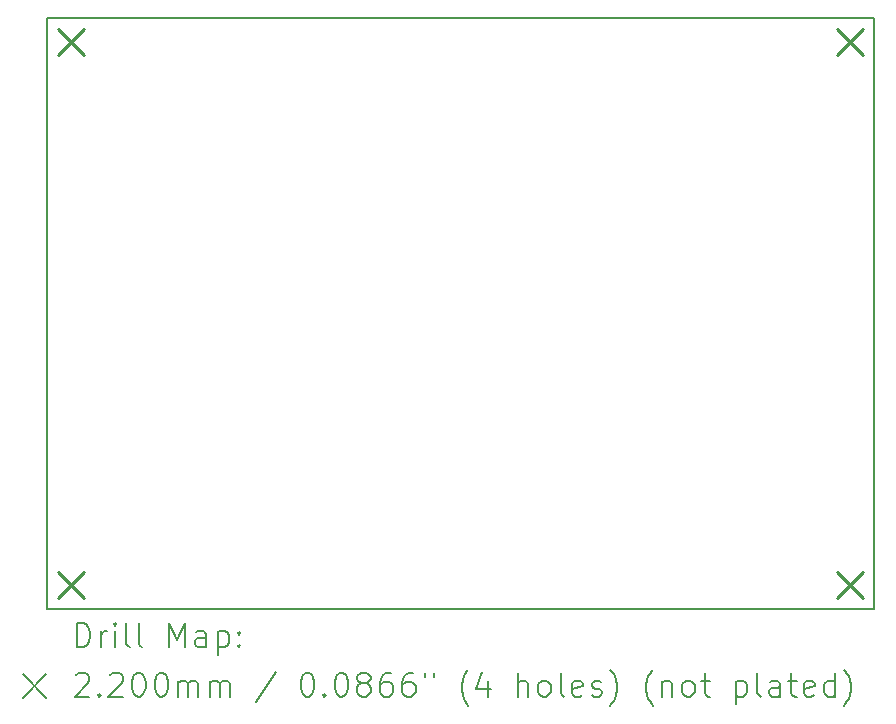
<source format=gbr>
%TF.GenerationSoftware,KiCad,Pcbnew,8.0.5*%
%TF.CreationDate,2024-10-24T20:43:27+03:00*%
%TF.ProjectId,Cronus,43726f6e-7573-42e6-9b69-6361645f7063,rev?*%
%TF.SameCoordinates,PX649cd60PY6c7aff0*%
%TF.FileFunction,Drillmap*%
%TF.FilePolarity,Positive*%
%FSLAX45Y45*%
G04 Gerber Fmt 4.5, Leading zero omitted, Abs format (unit mm)*
G04 Created by KiCad (PCBNEW 8.0.5) date 2024-10-24 20:43:27*
%MOMM*%
%LPD*%
G01*
G04 APERTURE LIST*
%ADD10C,0.200000*%
%ADD11C,0.220000*%
G04 APERTURE END LIST*
D10*
X100000Y5100000D02*
X7100000Y5100000D01*
X7100000Y100000D01*
X100000Y100000D01*
X100000Y5100000D01*
D11*
X190000Y5010000D02*
X410000Y4790000D01*
X410000Y5010000D02*
X190000Y4790000D01*
X190000Y410000D02*
X410000Y190000D01*
X410000Y410000D02*
X190000Y190000D01*
X6790000Y5010000D02*
X7010000Y4790000D01*
X7010000Y5010000D02*
X6790000Y4790000D01*
X6790000Y410000D02*
X7010000Y190000D01*
X7010000Y410000D02*
X6790000Y190000D01*
D10*
X350777Y-221484D02*
X350777Y-21484D01*
X350777Y-21484D02*
X398396Y-21484D01*
X398396Y-21484D02*
X426967Y-31008D01*
X426967Y-31008D02*
X446015Y-50055D01*
X446015Y-50055D02*
X455539Y-69103D01*
X455539Y-69103D02*
X465062Y-107198D01*
X465062Y-107198D02*
X465062Y-135770D01*
X465062Y-135770D02*
X455539Y-173865D01*
X455539Y-173865D02*
X446015Y-192912D01*
X446015Y-192912D02*
X426967Y-211960D01*
X426967Y-211960D02*
X398396Y-221484D01*
X398396Y-221484D02*
X350777Y-221484D01*
X550777Y-221484D02*
X550777Y-88150D01*
X550777Y-126246D02*
X560301Y-107198D01*
X560301Y-107198D02*
X569824Y-97674D01*
X569824Y-97674D02*
X588872Y-88150D01*
X588872Y-88150D02*
X607920Y-88150D01*
X674586Y-221484D02*
X674586Y-88150D01*
X674586Y-21484D02*
X665063Y-31008D01*
X665063Y-31008D02*
X674586Y-40531D01*
X674586Y-40531D02*
X684110Y-31008D01*
X684110Y-31008D02*
X674586Y-21484D01*
X674586Y-21484D02*
X674586Y-40531D01*
X798396Y-221484D02*
X779348Y-211960D01*
X779348Y-211960D02*
X769824Y-192912D01*
X769824Y-192912D02*
X769824Y-21484D01*
X903158Y-221484D02*
X884110Y-211960D01*
X884110Y-211960D02*
X874586Y-192912D01*
X874586Y-192912D02*
X874586Y-21484D01*
X1131729Y-221484D02*
X1131729Y-21484D01*
X1131729Y-21484D02*
X1198396Y-164341D01*
X1198396Y-164341D02*
X1265063Y-21484D01*
X1265063Y-21484D02*
X1265063Y-221484D01*
X1446015Y-221484D02*
X1446015Y-116722D01*
X1446015Y-116722D02*
X1436491Y-97674D01*
X1436491Y-97674D02*
X1417443Y-88150D01*
X1417443Y-88150D02*
X1379348Y-88150D01*
X1379348Y-88150D02*
X1360301Y-97674D01*
X1446015Y-211960D02*
X1426967Y-221484D01*
X1426967Y-221484D02*
X1379348Y-221484D01*
X1379348Y-221484D02*
X1360301Y-211960D01*
X1360301Y-211960D02*
X1350777Y-192912D01*
X1350777Y-192912D02*
X1350777Y-173865D01*
X1350777Y-173865D02*
X1360301Y-154817D01*
X1360301Y-154817D02*
X1379348Y-145293D01*
X1379348Y-145293D02*
X1426967Y-145293D01*
X1426967Y-145293D02*
X1446015Y-135770D01*
X1541253Y-88150D02*
X1541253Y-288150D01*
X1541253Y-97674D02*
X1560301Y-88150D01*
X1560301Y-88150D02*
X1598396Y-88150D01*
X1598396Y-88150D02*
X1617443Y-97674D01*
X1617443Y-97674D02*
X1626967Y-107198D01*
X1626967Y-107198D02*
X1636491Y-126246D01*
X1636491Y-126246D02*
X1636491Y-183388D01*
X1636491Y-183388D02*
X1626967Y-202436D01*
X1626967Y-202436D02*
X1617443Y-211960D01*
X1617443Y-211960D02*
X1598396Y-221484D01*
X1598396Y-221484D02*
X1560301Y-221484D01*
X1560301Y-221484D02*
X1541253Y-211960D01*
X1722205Y-202436D02*
X1731729Y-211960D01*
X1731729Y-211960D02*
X1722205Y-221484D01*
X1722205Y-221484D02*
X1712682Y-211960D01*
X1712682Y-211960D02*
X1722205Y-202436D01*
X1722205Y-202436D02*
X1722205Y-221484D01*
X1722205Y-97674D02*
X1731729Y-107198D01*
X1731729Y-107198D02*
X1722205Y-116722D01*
X1722205Y-116722D02*
X1712682Y-107198D01*
X1712682Y-107198D02*
X1722205Y-97674D01*
X1722205Y-97674D02*
X1722205Y-116722D01*
X-110000Y-450000D02*
X90000Y-650000D01*
X90000Y-450000D02*
X-110000Y-650000D01*
X341253Y-460531D02*
X350777Y-451008D01*
X350777Y-451008D02*
X369824Y-441484D01*
X369824Y-441484D02*
X417443Y-441484D01*
X417443Y-441484D02*
X436491Y-451008D01*
X436491Y-451008D02*
X446015Y-460531D01*
X446015Y-460531D02*
X455539Y-479579D01*
X455539Y-479579D02*
X455539Y-498627D01*
X455539Y-498627D02*
X446015Y-527198D01*
X446015Y-527198D02*
X331729Y-641484D01*
X331729Y-641484D02*
X455539Y-641484D01*
X541253Y-622436D02*
X550777Y-631960D01*
X550777Y-631960D02*
X541253Y-641484D01*
X541253Y-641484D02*
X531729Y-631960D01*
X531729Y-631960D02*
X541253Y-622436D01*
X541253Y-622436D02*
X541253Y-641484D01*
X626967Y-460531D02*
X636491Y-451008D01*
X636491Y-451008D02*
X655539Y-441484D01*
X655539Y-441484D02*
X703158Y-441484D01*
X703158Y-441484D02*
X722205Y-451008D01*
X722205Y-451008D02*
X731729Y-460531D01*
X731729Y-460531D02*
X741253Y-479579D01*
X741253Y-479579D02*
X741253Y-498627D01*
X741253Y-498627D02*
X731729Y-527198D01*
X731729Y-527198D02*
X617444Y-641484D01*
X617444Y-641484D02*
X741253Y-641484D01*
X865062Y-441484D02*
X884110Y-441484D01*
X884110Y-441484D02*
X903158Y-451008D01*
X903158Y-451008D02*
X912682Y-460531D01*
X912682Y-460531D02*
X922205Y-479579D01*
X922205Y-479579D02*
X931729Y-517674D01*
X931729Y-517674D02*
X931729Y-565293D01*
X931729Y-565293D02*
X922205Y-603389D01*
X922205Y-603389D02*
X912682Y-622436D01*
X912682Y-622436D02*
X903158Y-631960D01*
X903158Y-631960D02*
X884110Y-641484D01*
X884110Y-641484D02*
X865062Y-641484D01*
X865062Y-641484D02*
X846015Y-631960D01*
X846015Y-631960D02*
X836491Y-622436D01*
X836491Y-622436D02*
X826967Y-603389D01*
X826967Y-603389D02*
X817443Y-565293D01*
X817443Y-565293D02*
X817443Y-517674D01*
X817443Y-517674D02*
X826967Y-479579D01*
X826967Y-479579D02*
X836491Y-460531D01*
X836491Y-460531D02*
X846015Y-451008D01*
X846015Y-451008D02*
X865062Y-441484D01*
X1055539Y-441484D02*
X1074586Y-441484D01*
X1074586Y-441484D02*
X1093634Y-451008D01*
X1093634Y-451008D02*
X1103158Y-460531D01*
X1103158Y-460531D02*
X1112682Y-479579D01*
X1112682Y-479579D02*
X1122205Y-517674D01*
X1122205Y-517674D02*
X1122205Y-565293D01*
X1122205Y-565293D02*
X1112682Y-603389D01*
X1112682Y-603389D02*
X1103158Y-622436D01*
X1103158Y-622436D02*
X1093634Y-631960D01*
X1093634Y-631960D02*
X1074586Y-641484D01*
X1074586Y-641484D02*
X1055539Y-641484D01*
X1055539Y-641484D02*
X1036491Y-631960D01*
X1036491Y-631960D02*
X1026967Y-622436D01*
X1026967Y-622436D02*
X1017443Y-603389D01*
X1017443Y-603389D02*
X1007920Y-565293D01*
X1007920Y-565293D02*
X1007920Y-517674D01*
X1007920Y-517674D02*
X1017443Y-479579D01*
X1017443Y-479579D02*
X1026967Y-460531D01*
X1026967Y-460531D02*
X1036491Y-451008D01*
X1036491Y-451008D02*
X1055539Y-441484D01*
X1207920Y-641484D02*
X1207920Y-508150D01*
X1207920Y-527198D02*
X1217444Y-517674D01*
X1217444Y-517674D02*
X1236491Y-508150D01*
X1236491Y-508150D02*
X1265063Y-508150D01*
X1265063Y-508150D02*
X1284110Y-517674D01*
X1284110Y-517674D02*
X1293634Y-536722D01*
X1293634Y-536722D02*
X1293634Y-641484D01*
X1293634Y-536722D02*
X1303158Y-517674D01*
X1303158Y-517674D02*
X1322205Y-508150D01*
X1322205Y-508150D02*
X1350777Y-508150D01*
X1350777Y-508150D02*
X1369825Y-517674D01*
X1369825Y-517674D02*
X1379348Y-536722D01*
X1379348Y-536722D02*
X1379348Y-641484D01*
X1474586Y-641484D02*
X1474586Y-508150D01*
X1474586Y-527198D02*
X1484110Y-517674D01*
X1484110Y-517674D02*
X1503158Y-508150D01*
X1503158Y-508150D02*
X1531729Y-508150D01*
X1531729Y-508150D02*
X1550777Y-517674D01*
X1550777Y-517674D02*
X1560301Y-536722D01*
X1560301Y-536722D02*
X1560301Y-641484D01*
X1560301Y-536722D02*
X1569824Y-517674D01*
X1569824Y-517674D02*
X1588872Y-508150D01*
X1588872Y-508150D02*
X1617443Y-508150D01*
X1617443Y-508150D02*
X1636491Y-517674D01*
X1636491Y-517674D02*
X1646015Y-536722D01*
X1646015Y-536722D02*
X1646015Y-641484D01*
X2036491Y-431960D02*
X1865063Y-689103D01*
X2293634Y-441484D02*
X2312682Y-441484D01*
X2312682Y-441484D02*
X2331729Y-451008D01*
X2331729Y-451008D02*
X2341253Y-460531D01*
X2341253Y-460531D02*
X2350777Y-479579D01*
X2350777Y-479579D02*
X2360301Y-517674D01*
X2360301Y-517674D02*
X2360301Y-565293D01*
X2360301Y-565293D02*
X2350777Y-603389D01*
X2350777Y-603389D02*
X2341253Y-622436D01*
X2341253Y-622436D02*
X2331729Y-631960D01*
X2331729Y-631960D02*
X2312682Y-641484D01*
X2312682Y-641484D02*
X2293634Y-641484D01*
X2293634Y-641484D02*
X2274587Y-631960D01*
X2274587Y-631960D02*
X2265063Y-622436D01*
X2265063Y-622436D02*
X2255539Y-603389D01*
X2255539Y-603389D02*
X2246015Y-565293D01*
X2246015Y-565293D02*
X2246015Y-517674D01*
X2246015Y-517674D02*
X2255539Y-479579D01*
X2255539Y-479579D02*
X2265063Y-460531D01*
X2265063Y-460531D02*
X2274587Y-451008D01*
X2274587Y-451008D02*
X2293634Y-441484D01*
X2446015Y-622436D02*
X2455539Y-631960D01*
X2455539Y-631960D02*
X2446015Y-641484D01*
X2446015Y-641484D02*
X2436491Y-631960D01*
X2436491Y-631960D02*
X2446015Y-622436D01*
X2446015Y-622436D02*
X2446015Y-641484D01*
X2579348Y-441484D02*
X2598396Y-441484D01*
X2598396Y-441484D02*
X2617444Y-451008D01*
X2617444Y-451008D02*
X2626968Y-460531D01*
X2626968Y-460531D02*
X2636491Y-479579D01*
X2636491Y-479579D02*
X2646015Y-517674D01*
X2646015Y-517674D02*
X2646015Y-565293D01*
X2646015Y-565293D02*
X2636491Y-603389D01*
X2636491Y-603389D02*
X2626968Y-622436D01*
X2626968Y-622436D02*
X2617444Y-631960D01*
X2617444Y-631960D02*
X2598396Y-641484D01*
X2598396Y-641484D02*
X2579348Y-641484D01*
X2579348Y-641484D02*
X2560301Y-631960D01*
X2560301Y-631960D02*
X2550777Y-622436D01*
X2550777Y-622436D02*
X2541253Y-603389D01*
X2541253Y-603389D02*
X2531729Y-565293D01*
X2531729Y-565293D02*
X2531729Y-517674D01*
X2531729Y-517674D02*
X2541253Y-479579D01*
X2541253Y-479579D02*
X2550777Y-460531D01*
X2550777Y-460531D02*
X2560301Y-451008D01*
X2560301Y-451008D02*
X2579348Y-441484D01*
X2760301Y-527198D02*
X2741253Y-517674D01*
X2741253Y-517674D02*
X2731729Y-508150D01*
X2731729Y-508150D02*
X2722206Y-489103D01*
X2722206Y-489103D02*
X2722206Y-479579D01*
X2722206Y-479579D02*
X2731729Y-460531D01*
X2731729Y-460531D02*
X2741253Y-451008D01*
X2741253Y-451008D02*
X2760301Y-441484D01*
X2760301Y-441484D02*
X2798396Y-441484D01*
X2798396Y-441484D02*
X2817444Y-451008D01*
X2817444Y-451008D02*
X2826967Y-460531D01*
X2826967Y-460531D02*
X2836491Y-479579D01*
X2836491Y-479579D02*
X2836491Y-489103D01*
X2836491Y-489103D02*
X2826967Y-508150D01*
X2826967Y-508150D02*
X2817444Y-517674D01*
X2817444Y-517674D02*
X2798396Y-527198D01*
X2798396Y-527198D02*
X2760301Y-527198D01*
X2760301Y-527198D02*
X2741253Y-536722D01*
X2741253Y-536722D02*
X2731729Y-546246D01*
X2731729Y-546246D02*
X2722206Y-565293D01*
X2722206Y-565293D02*
X2722206Y-603389D01*
X2722206Y-603389D02*
X2731729Y-622436D01*
X2731729Y-622436D02*
X2741253Y-631960D01*
X2741253Y-631960D02*
X2760301Y-641484D01*
X2760301Y-641484D02*
X2798396Y-641484D01*
X2798396Y-641484D02*
X2817444Y-631960D01*
X2817444Y-631960D02*
X2826967Y-622436D01*
X2826967Y-622436D02*
X2836491Y-603389D01*
X2836491Y-603389D02*
X2836491Y-565293D01*
X2836491Y-565293D02*
X2826967Y-546246D01*
X2826967Y-546246D02*
X2817444Y-536722D01*
X2817444Y-536722D02*
X2798396Y-527198D01*
X3007920Y-441484D02*
X2969825Y-441484D01*
X2969825Y-441484D02*
X2950777Y-451008D01*
X2950777Y-451008D02*
X2941253Y-460531D01*
X2941253Y-460531D02*
X2922206Y-489103D01*
X2922206Y-489103D02*
X2912682Y-527198D01*
X2912682Y-527198D02*
X2912682Y-603389D01*
X2912682Y-603389D02*
X2922206Y-622436D01*
X2922206Y-622436D02*
X2931729Y-631960D01*
X2931729Y-631960D02*
X2950777Y-641484D01*
X2950777Y-641484D02*
X2988872Y-641484D01*
X2988872Y-641484D02*
X3007920Y-631960D01*
X3007920Y-631960D02*
X3017444Y-622436D01*
X3017444Y-622436D02*
X3026967Y-603389D01*
X3026967Y-603389D02*
X3026967Y-555770D01*
X3026967Y-555770D02*
X3017444Y-536722D01*
X3017444Y-536722D02*
X3007920Y-527198D01*
X3007920Y-527198D02*
X2988872Y-517674D01*
X2988872Y-517674D02*
X2950777Y-517674D01*
X2950777Y-517674D02*
X2931729Y-527198D01*
X2931729Y-527198D02*
X2922206Y-536722D01*
X2922206Y-536722D02*
X2912682Y-555770D01*
X3198396Y-441484D02*
X3160301Y-441484D01*
X3160301Y-441484D02*
X3141253Y-451008D01*
X3141253Y-451008D02*
X3131729Y-460531D01*
X3131729Y-460531D02*
X3112682Y-489103D01*
X3112682Y-489103D02*
X3103158Y-527198D01*
X3103158Y-527198D02*
X3103158Y-603389D01*
X3103158Y-603389D02*
X3112682Y-622436D01*
X3112682Y-622436D02*
X3122206Y-631960D01*
X3122206Y-631960D02*
X3141253Y-641484D01*
X3141253Y-641484D02*
X3179348Y-641484D01*
X3179348Y-641484D02*
X3198396Y-631960D01*
X3198396Y-631960D02*
X3207920Y-622436D01*
X3207920Y-622436D02*
X3217444Y-603389D01*
X3217444Y-603389D02*
X3217444Y-555770D01*
X3217444Y-555770D02*
X3207920Y-536722D01*
X3207920Y-536722D02*
X3198396Y-527198D01*
X3198396Y-527198D02*
X3179348Y-517674D01*
X3179348Y-517674D02*
X3141253Y-517674D01*
X3141253Y-517674D02*
X3122206Y-527198D01*
X3122206Y-527198D02*
X3112682Y-536722D01*
X3112682Y-536722D02*
X3103158Y-555770D01*
X3293634Y-441484D02*
X3293634Y-479579D01*
X3369825Y-441484D02*
X3369825Y-479579D01*
X3665063Y-717674D02*
X3655539Y-708150D01*
X3655539Y-708150D02*
X3636491Y-679579D01*
X3636491Y-679579D02*
X3626968Y-660531D01*
X3626968Y-660531D02*
X3617444Y-631960D01*
X3617444Y-631960D02*
X3607920Y-584341D01*
X3607920Y-584341D02*
X3607920Y-546246D01*
X3607920Y-546246D02*
X3617444Y-498627D01*
X3617444Y-498627D02*
X3626968Y-470055D01*
X3626968Y-470055D02*
X3636491Y-451008D01*
X3636491Y-451008D02*
X3655539Y-422436D01*
X3655539Y-422436D02*
X3665063Y-412912D01*
X3826968Y-508150D02*
X3826968Y-641484D01*
X3779348Y-431960D02*
X3731729Y-574817D01*
X3731729Y-574817D02*
X3855539Y-574817D01*
X4084110Y-641484D02*
X4084110Y-441484D01*
X4169825Y-641484D02*
X4169825Y-536722D01*
X4169825Y-536722D02*
X4160301Y-517674D01*
X4160301Y-517674D02*
X4141253Y-508150D01*
X4141253Y-508150D02*
X4112682Y-508150D01*
X4112682Y-508150D02*
X4093634Y-517674D01*
X4093634Y-517674D02*
X4084110Y-527198D01*
X4293634Y-641484D02*
X4274587Y-631960D01*
X4274587Y-631960D02*
X4265063Y-622436D01*
X4265063Y-622436D02*
X4255539Y-603389D01*
X4255539Y-603389D02*
X4255539Y-546246D01*
X4255539Y-546246D02*
X4265063Y-527198D01*
X4265063Y-527198D02*
X4274587Y-517674D01*
X4274587Y-517674D02*
X4293634Y-508150D01*
X4293634Y-508150D02*
X4322206Y-508150D01*
X4322206Y-508150D02*
X4341253Y-517674D01*
X4341253Y-517674D02*
X4350777Y-527198D01*
X4350777Y-527198D02*
X4360301Y-546246D01*
X4360301Y-546246D02*
X4360301Y-603389D01*
X4360301Y-603389D02*
X4350777Y-622436D01*
X4350777Y-622436D02*
X4341253Y-631960D01*
X4341253Y-631960D02*
X4322206Y-641484D01*
X4322206Y-641484D02*
X4293634Y-641484D01*
X4474587Y-641484D02*
X4455539Y-631960D01*
X4455539Y-631960D02*
X4446015Y-612912D01*
X4446015Y-612912D02*
X4446015Y-441484D01*
X4626968Y-631960D02*
X4607920Y-641484D01*
X4607920Y-641484D02*
X4569825Y-641484D01*
X4569825Y-641484D02*
X4550777Y-631960D01*
X4550777Y-631960D02*
X4541253Y-612912D01*
X4541253Y-612912D02*
X4541253Y-536722D01*
X4541253Y-536722D02*
X4550777Y-517674D01*
X4550777Y-517674D02*
X4569825Y-508150D01*
X4569825Y-508150D02*
X4607920Y-508150D01*
X4607920Y-508150D02*
X4626968Y-517674D01*
X4626968Y-517674D02*
X4636492Y-536722D01*
X4636492Y-536722D02*
X4636492Y-555770D01*
X4636492Y-555770D02*
X4541253Y-574817D01*
X4712682Y-631960D02*
X4731730Y-641484D01*
X4731730Y-641484D02*
X4769825Y-641484D01*
X4769825Y-641484D02*
X4788873Y-631960D01*
X4788873Y-631960D02*
X4798396Y-612912D01*
X4798396Y-612912D02*
X4798396Y-603389D01*
X4798396Y-603389D02*
X4788873Y-584341D01*
X4788873Y-584341D02*
X4769825Y-574817D01*
X4769825Y-574817D02*
X4741253Y-574817D01*
X4741253Y-574817D02*
X4722206Y-565293D01*
X4722206Y-565293D02*
X4712682Y-546246D01*
X4712682Y-546246D02*
X4712682Y-536722D01*
X4712682Y-536722D02*
X4722206Y-517674D01*
X4722206Y-517674D02*
X4741253Y-508150D01*
X4741253Y-508150D02*
X4769825Y-508150D01*
X4769825Y-508150D02*
X4788873Y-517674D01*
X4865063Y-717674D02*
X4874587Y-708150D01*
X4874587Y-708150D02*
X4893634Y-679579D01*
X4893634Y-679579D02*
X4903158Y-660531D01*
X4903158Y-660531D02*
X4912682Y-631960D01*
X4912682Y-631960D02*
X4922206Y-584341D01*
X4922206Y-584341D02*
X4922206Y-546246D01*
X4922206Y-546246D02*
X4912682Y-498627D01*
X4912682Y-498627D02*
X4903158Y-470055D01*
X4903158Y-470055D02*
X4893634Y-451008D01*
X4893634Y-451008D02*
X4874587Y-422436D01*
X4874587Y-422436D02*
X4865063Y-412912D01*
X5226968Y-717674D02*
X5217444Y-708150D01*
X5217444Y-708150D02*
X5198396Y-679579D01*
X5198396Y-679579D02*
X5188873Y-660531D01*
X5188873Y-660531D02*
X5179349Y-631960D01*
X5179349Y-631960D02*
X5169825Y-584341D01*
X5169825Y-584341D02*
X5169825Y-546246D01*
X5169825Y-546246D02*
X5179349Y-498627D01*
X5179349Y-498627D02*
X5188873Y-470055D01*
X5188873Y-470055D02*
X5198396Y-451008D01*
X5198396Y-451008D02*
X5217444Y-422436D01*
X5217444Y-422436D02*
X5226968Y-412912D01*
X5303158Y-508150D02*
X5303158Y-641484D01*
X5303158Y-527198D02*
X5312682Y-517674D01*
X5312682Y-517674D02*
X5331730Y-508150D01*
X5331730Y-508150D02*
X5360301Y-508150D01*
X5360301Y-508150D02*
X5379349Y-517674D01*
X5379349Y-517674D02*
X5388873Y-536722D01*
X5388873Y-536722D02*
X5388873Y-641484D01*
X5512682Y-641484D02*
X5493634Y-631960D01*
X5493634Y-631960D02*
X5484111Y-622436D01*
X5484111Y-622436D02*
X5474587Y-603389D01*
X5474587Y-603389D02*
X5474587Y-546246D01*
X5474587Y-546246D02*
X5484111Y-527198D01*
X5484111Y-527198D02*
X5493634Y-517674D01*
X5493634Y-517674D02*
X5512682Y-508150D01*
X5512682Y-508150D02*
X5541254Y-508150D01*
X5541254Y-508150D02*
X5560301Y-517674D01*
X5560301Y-517674D02*
X5569825Y-527198D01*
X5569825Y-527198D02*
X5579349Y-546246D01*
X5579349Y-546246D02*
X5579349Y-603389D01*
X5579349Y-603389D02*
X5569825Y-622436D01*
X5569825Y-622436D02*
X5560301Y-631960D01*
X5560301Y-631960D02*
X5541254Y-641484D01*
X5541254Y-641484D02*
X5512682Y-641484D01*
X5636492Y-508150D02*
X5712682Y-508150D01*
X5665063Y-441484D02*
X5665063Y-612912D01*
X5665063Y-612912D02*
X5674587Y-631960D01*
X5674587Y-631960D02*
X5693634Y-641484D01*
X5693634Y-641484D02*
X5712682Y-641484D01*
X5931730Y-508150D02*
X5931730Y-708150D01*
X5931730Y-517674D02*
X5950777Y-508150D01*
X5950777Y-508150D02*
X5988873Y-508150D01*
X5988873Y-508150D02*
X6007920Y-517674D01*
X6007920Y-517674D02*
X6017444Y-527198D01*
X6017444Y-527198D02*
X6026968Y-546246D01*
X6026968Y-546246D02*
X6026968Y-603389D01*
X6026968Y-603389D02*
X6017444Y-622436D01*
X6017444Y-622436D02*
X6007920Y-631960D01*
X6007920Y-631960D02*
X5988873Y-641484D01*
X5988873Y-641484D02*
X5950777Y-641484D01*
X5950777Y-641484D02*
X5931730Y-631960D01*
X6141253Y-641484D02*
X6122206Y-631960D01*
X6122206Y-631960D02*
X6112682Y-612912D01*
X6112682Y-612912D02*
X6112682Y-441484D01*
X6303158Y-641484D02*
X6303158Y-536722D01*
X6303158Y-536722D02*
X6293634Y-517674D01*
X6293634Y-517674D02*
X6274587Y-508150D01*
X6274587Y-508150D02*
X6236492Y-508150D01*
X6236492Y-508150D02*
X6217444Y-517674D01*
X6303158Y-631960D02*
X6284111Y-641484D01*
X6284111Y-641484D02*
X6236492Y-641484D01*
X6236492Y-641484D02*
X6217444Y-631960D01*
X6217444Y-631960D02*
X6207920Y-612912D01*
X6207920Y-612912D02*
X6207920Y-593865D01*
X6207920Y-593865D02*
X6217444Y-574817D01*
X6217444Y-574817D02*
X6236492Y-565293D01*
X6236492Y-565293D02*
X6284111Y-565293D01*
X6284111Y-565293D02*
X6303158Y-555770D01*
X6369825Y-508150D02*
X6446015Y-508150D01*
X6398396Y-441484D02*
X6398396Y-612912D01*
X6398396Y-612912D02*
X6407920Y-631960D01*
X6407920Y-631960D02*
X6426968Y-641484D01*
X6426968Y-641484D02*
X6446015Y-641484D01*
X6588873Y-631960D02*
X6569825Y-641484D01*
X6569825Y-641484D02*
X6531730Y-641484D01*
X6531730Y-641484D02*
X6512682Y-631960D01*
X6512682Y-631960D02*
X6503158Y-612912D01*
X6503158Y-612912D02*
X6503158Y-536722D01*
X6503158Y-536722D02*
X6512682Y-517674D01*
X6512682Y-517674D02*
X6531730Y-508150D01*
X6531730Y-508150D02*
X6569825Y-508150D01*
X6569825Y-508150D02*
X6588873Y-517674D01*
X6588873Y-517674D02*
X6598396Y-536722D01*
X6598396Y-536722D02*
X6598396Y-555770D01*
X6598396Y-555770D02*
X6503158Y-574817D01*
X6769825Y-641484D02*
X6769825Y-441484D01*
X6769825Y-631960D02*
X6750777Y-641484D01*
X6750777Y-641484D02*
X6712682Y-641484D01*
X6712682Y-641484D02*
X6693634Y-631960D01*
X6693634Y-631960D02*
X6684111Y-622436D01*
X6684111Y-622436D02*
X6674587Y-603389D01*
X6674587Y-603389D02*
X6674587Y-546246D01*
X6674587Y-546246D02*
X6684111Y-527198D01*
X6684111Y-527198D02*
X6693634Y-517674D01*
X6693634Y-517674D02*
X6712682Y-508150D01*
X6712682Y-508150D02*
X6750777Y-508150D01*
X6750777Y-508150D02*
X6769825Y-517674D01*
X6846015Y-717674D02*
X6855539Y-708150D01*
X6855539Y-708150D02*
X6874587Y-679579D01*
X6874587Y-679579D02*
X6884111Y-660531D01*
X6884111Y-660531D02*
X6893634Y-631960D01*
X6893634Y-631960D02*
X6903158Y-584341D01*
X6903158Y-584341D02*
X6903158Y-546246D01*
X6903158Y-546246D02*
X6893634Y-498627D01*
X6893634Y-498627D02*
X6884111Y-470055D01*
X6884111Y-470055D02*
X6874587Y-451008D01*
X6874587Y-451008D02*
X6855539Y-422436D01*
X6855539Y-422436D02*
X6846015Y-412912D01*
M02*

</source>
